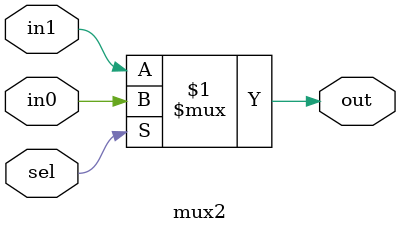
<source format=sv>
`timescale 1ns / 1ps

module mux2
#(parameter N=1)
(
input [N-1:0] in0,
input [N-1:0] in1,
input sel,
output [N-1:0] out
    );
    
    assign out = sel? in0 : in1;
    
    
    
    
    
endmodule

</source>
